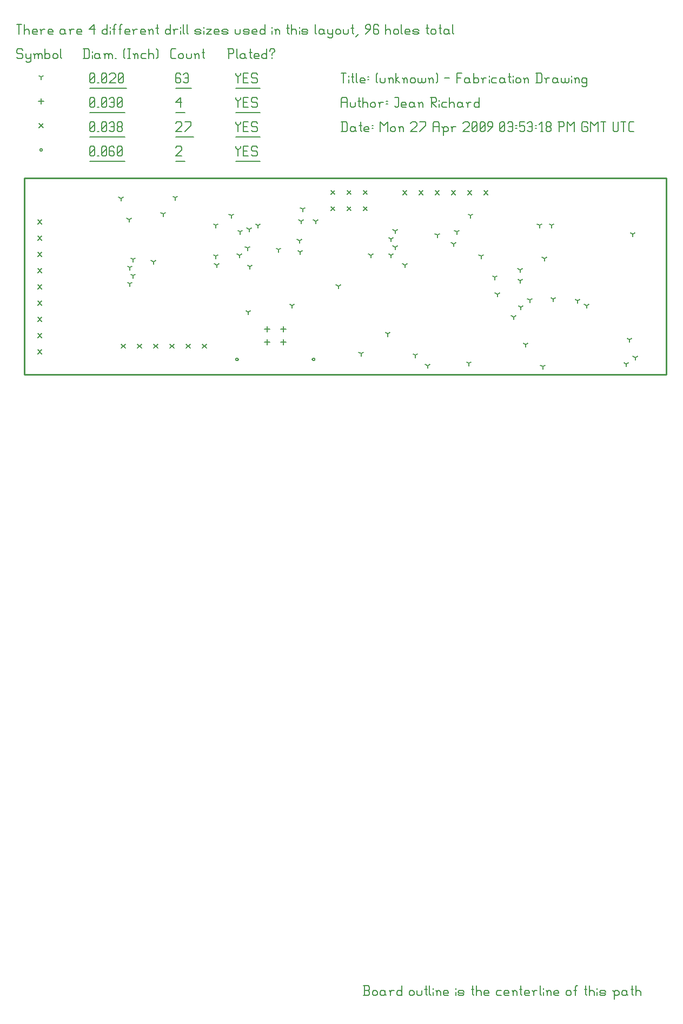
<source format=gbr>
G04 start of page 12 for group -3984 idx -3984 *
G04 Title: (unknown), fab *
G04 Creator: pcb 1.99y *
G04 CreationDate: Mon 27 Apr 2009 03:53:18 PM GMT UTC *
G04 For: jean *
G04 Format: Gerber/RS-274X *
G04 PCB-Dimensions: 600000 500000 *
G04 PCB-Coordinate-Origin: lower left *
%MOIN*%
%FSLAX25Y25*%
%LNFAB*%
%ADD13C,0.0100*%
%ADD50R,0.0080X0.0080*%
%ADD51C,0.0060*%
G54D50*X182171Y382199D02*G75*G03X183771Y382199I800J0D01*G01*
G75*G03X182171Y382199I-800J0D01*G01*
X134927D02*G75*G03X136527Y382199I800J0D01*G01*
G75*G03X134927Y382199I-800J0D01*G01*
X14200Y511250D02*G75*G03X15800Y511250I800J0D01*G01*
G75*G03X14200Y511250I-800J0D01*G01*
G54D51*X135000Y513500D02*Y512750D01*
X136500Y511250D01*
X138000Y512750D01*
Y513500D02*Y512750D01*
X136500Y511250D02*Y507500D01*
X139801Y510500D02*X142051D01*
X139801Y507500D02*X142801D01*
X139801Y513500D02*Y507500D01*
Y513500D02*X142801D01*
X147603D02*X148353Y512750D01*
X145353Y513500D02*X147603D01*
X144603Y512750D02*X145353Y513500D01*
X144603Y512750D02*Y511250D01*
X145353Y510500D01*
X147603D01*
X148353Y509750D01*
Y508250D01*
X147603Y507500D02*X148353Y508250D01*
X145353Y507500D02*X147603D01*
X144603Y508250D02*X145353Y507500D01*
X135000Y504249D02*X150154D01*
X98000Y512750D02*X98750Y513500D01*
X101000D01*
X101750Y512750D01*
Y511250D01*
X98000Y507500D02*X101750Y511250D01*
X98000Y507500D02*X101750D01*
X98000Y504249D02*X103551D01*
X45000Y508250D02*X45750Y507500D01*
X45000Y512750D02*Y508250D01*
Y512750D02*X45750Y513500D01*
X47250D01*
X48000Y512750D01*
Y508250D01*
X47250Y507500D02*X48000Y508250D01*
X45750Y507500D02*X47250D01*
X45000Y509000D02*X48000Y512000D01*
X49801Y507500D02*X50551D01*
X52353Y508250D02*X53103Y507500D01*
X52353Y512750D02*Y508250D01*
Y512750D02*X53103Y513500D01*
X54603D01*
X55353Y512750D01*
Y508250D01*
X54603Y507500D02*X55353Y508250D01*
X53103Y507500D02*X54603D01*
X52353Y509000D02*X55353Y512000D01*
X59404Y513500D02*X60154Y512750D01*
X57904Y513500D02*X59404D01*
X57154Y512750D02*X57904Y513500D01*
X57154Y512750D02*Y508250D01*
X57904Y507500D01*
X59404Y510500D02*X60154Y509750D01*
X57154Y510500D02*X59404D01*
X57904Y507500D02*X59404D01*
X60154Y508250D01*
Y509750D02*Y508250D01*
X61956D02*X62706Y507500D01*
X61956Y512750D02*Y508250D01*
Y512750D02*X62706Y513500D01*
X64206D01*
X64956Y512750D01*
Y508250D01*
X64206Y507500D02*X64956Y508250D01*
X62706Y507500D02*X64206D01*
X61956Y509000D02*X64956Y512000D01*
X45000Y504249D02*X66757D01*
X238000Y486100D02*X240400Y483700D01*
X238000D02*X240400Y486100D01*
X248000D02*X250400Y483700D01*
X248000D02*X250400Y486100D01*
X258000D02*X260400Y483700D01*
X258000D02*X260400Y486100D01*
X268000D02*X270400Y483700D01*
X268000D02*X270400Y486100D01*
X278000D02*X280400Y483700D01*
X278000D02*X280400Y486100D01*
X288000D02*X290400Y483700D01*
X288000D02*X290400Y486100D01*
X213600Y486200D02*X216000Y483800D01*
X213600D02*X216000Y486200D01*
X203600D02*X206000Y483800D01*
X203600D02*X206000Y486200D01*
X193600D02*X196000Y483800D01*
X193600D02*X196000Y486200D01*
X193600Y476200D02*X196000Y473800D01*
X193600D02*X196000Y476200D01*
X203600D02*X206000Y473800D01*
X203600D02*X206000Y476200D01*
X213600D02*X216000Y473800D01*
X213600D02*X216000Y476200D01*
X64500Y391600D02*X66900Y389200D01*
X64500D02*X66900Y391600D01*
X74500D02*X76900Y389200D01*
X74500D02*X76900Y391600D01*
X84500D02*X86900Y389200D01*
X84500D02*X86900Y391600D01*
X94500D02*X96900Y389200D01*
X94500D02*X96900Y391600D01*
X104500D02*X106900Y389200D01*
X104500D02*X106900Y391600D01*
X114500D02*X116900Y389200D01*
X114500D02*X116900Y391600D01*
X13000Y468100D02*X15400Y465700D01*
X13000D02*X15400Y468100D01*
X13000Y458100D02*X15400Y455700D01*
X13000D02*X15400Y458100D01*
X13000Y448100D02*X15400Y445700D01*
X13000D02*X15400Y448100D01*
X13000Y438100D02*X15400Y435700D01*
X13000D02*X15400Y438100D01*
X13000Y428100D02*X15400Y425700D01*
X13000D02*X15400Y428100D01*
X13000Y418100D02*X15400Y415700D01*
X13000D02*X15400Y418100D01*
X13000Y408100D02*X15400Y405700D01*
X13000D02*X15400Y408100D01*
X13000Y398100D02*X15400Y395700D01*
X13000D02*X15400Y398100D01*
X13000Y388100D02*X15400Y385700D01*
X13000D02*X15400Y388100D01*
X13800Y527450D02*X16200Y525050D01*
X13800D02*X16200Y527450D01*
X135000Y528500D02*Y527750D01*
X136500Y526250D01*
X138000Y527750D01*
Y528500D02*Y527750D01*
X136500Y526250D02*Y522500D01*
X139801Y525500D02*X142051D01*
X139801Y522500D02*X142801D01*
X139801Y528500D02*Y522500D01*
Y528500D02*X142801D01*
X147603D02*X148353Y527750D01*
X145353Y528500D02*X147603D01*
X144603Y527750D02*X145353Y528500D01*
X144603Y527750D02*Y526250D01*
X145353Y525500D01*
X147603D01*
X148353Y524750D01*
Y523250D01*
X147603Y522500D02*X148353Y523250D01*
X145353Y522500D02*X147603D01*
X144603Y523250D02*X145353Y522500D01*
X135000Y519249D02*X150154D01*
X98000Y527750D02*X98750Y528500D01*
X101000D01*
X101750Y527750D01*
Y526250D01*
X98000Y522500D02*X101750Y526250D01*
X98000Y522500D02*X101750D01*
X103551D02*X107301Y526250D01*
Y528500D02*Y526250D01*
X103551Y528500D02*X107301D01*
X98000Y519249D02*X109103D01*
X45000Y523250D02*X45750Y522500D01*
X45000Y527750D02*Y523250D01*
Y527750D02*X45750Y528500D01*
X47250D01*
X48000Y527750D01*
Y523250D01*
X47250Y522500D02*X48000Y523250D01*
X45750Y522500D02*X47250D01*
X45000Y524000D02*X48000Y527000D01*
X49801Y522500D02*X50551D01*
X52353Y523250D02*X53103Y522500D01*
X52353Y527750D02*Y523250D01*
Y527750D02*X53103Y528500D01*
X54603D01*
X55353Y527750D01*
Y523250D01*
X54603Y522500D02*X55353Y523250D01*
X53103Y522500D02*X54603D01*
X52353Y524000D02*X55353Y527000D01*
X57154Y527750D02*X57904Y528500D01*
X59404D01*
X60154Y527750D01*
Y523250D01*
X59404Y522500D02*X60154Y523250D01*
X57904Y522500D02*X59404D01*
X57154Y523250D02*X57904Y522500D01*
Y525500D02*X60154D01*
X61956Y523250D02*X62706Y522500D01*
X61956Y524750D02*Y523250D01*
Y524750D02*X62706Y525500D01*
X64206D01*
X64956Y524750D01*
Y523250D01*
X64206Y522500D02*X64956Y523250D01*
X62706Y522500D02*X64206D01*
X61956Y526250D02*X62706Y525500D01*
X61956Y527750D02*Y526250D01*
Y527750D02*X62706Y528500D01*
X64206D01*
X64956Y527750D01*
Y526250D01*
X64206Y525500D02*X64956Y526250D01*
X45000Y519249D02*X66757D01*
X154427Y402500D02*Y399300D01*
X152827Y400900D02*X156027D01*
X164269Y402500D02*Y399300D01*
X162669Y400900D02*X165869D01*
X154427Y394626D02*Y391426D01*
X152827Y393026D02*X156027D01*
X164269Y394626D02*Y391426D01*
X162669Y393026D02*X165869D01*
X15000Y542850D02*Y539650D01*
X13400Y541250D02*X16600D01*
X135000Y543500D02*Y542750D01*
X136500Y541250D01*
X138000Y542750D01*
Y543500D02*Y542750D01*
X136500Y541250D02*Y537500D01*
X139801Y540500D02*X142051D01*
X139801Y537500D02*X142801D01*
X139801Y543500D02*Y537500D01*
Y543500D02*X142801D01*
X147603D02*X148353Y542750D01*
X145353Y543500D02*X147603D01*
X144603Y542750D02*X145353Y543500D01*
X144603Y542750D02*Y541250D01*
X145353Y540500D01*
X147603D01*
X148353Y539750D01*
Y538250D01*
X147603Y537500D02*X148353Y538250D01*
X145353Y537500D02*X147603D01*
X144603Y538250D02*X145353Y537500D01*
X135000Y534249D02*X150154D01*
X98000Y540500D02*X101000Y543500D01*
X98000Y540500D02*X101750D01*
X101000Y543500D02*Y537500D01*
X98000Y534249D02*X103551D01*
X45000Y538250D02*X45750Y537500D01*
X45000Y542750D02*Y538250D01*
Y542750D02*X45750Y543500D01*
X47250D01*
X48000Y542750D01*
Y538250D01*
X47250Y537500D02*X48000Y538250D01*
X45750Y537500D02*X47250D01*
X45000Y539000D02*X48000Y542000D01*
X49801Y537500D02*X50551D01*
X52353Y538250D02*X53103Y537500D01*
X52353Y542750D02*Y538250D01*
Y542750D02*X53103Y543500D01*
X54603D01*
X55353Y542750D01*
Y538250D01*
X54603Y537500D02*X55353Y538250D01*
X53103Y537500D02*X54603D01*
X52353Y539000D02*X55353Y542000D01*
X57154Y542750D02*X57904Y543500D01*
X59404D01*
X60154Y542750D01*
Y538250D01*
X59404Y537500D02*X60154Y538250D01*
X57904Y537500D02*X59404D01*
X57154Y538250D02*X57904Y537500D01*
Y540500D02*X60154D01*
X61956Y538250D02*X62706Y537500D01*
X61956Y542750D02*Y538250D01*
Y542750D02*X62706Y543500D01*
X64206D01*
X64956Y542750D01*
Y538250D01*
X64206Y537500D02*X64956Y538250D01*
X62706Y537500D02*X64206D01*
X61956Y539000D02*X64956Y542000D01*
X45000Y534249D02*X66757D01*
X142700Y411400D02*Y409800D01*
Y411400D02*X144086Y412200D01*
X142700Y411400D02*X141314Y412200D01*
X71700Y443900D02*Y442300D01*
Y443900D02*X73086Y444700D01*
X71700Y443900D02*X70314Y444700D01*
X97700Y481900D02*Y480300D01*
Y481900D02*X99086Y482700D01*
X97700Y481900D02*X96314Y482700D01*
X169700Y415400D02*Y413800D01*
Y415400D02*X171086Y416200D01*
X169700Y415400D02*X168314Y416200D01*
X212200Y385900D02*Y384300D01*
Y385900D02*X213586Y386700D01*
X212200Y385900D02*X210814Y386700D01*
X259200Y458900D02*Y457300D01*
Y458900D02*X260586Y459700D01*
X259200Y458900D02*X257814Y459700D01*
X69700Y438900D02*Y437300D01*
Y438900D02*X71086Y439700D01*
X69700Y438900D02*X68314Y439700D01*
X245700Y384900D02*Y383300D01*
Y384900D02*X247086Y385700D01*
X245700Y384900D02*X244314Y385700D01*
X174700Y448400D02*Y446800D01*
Y448400D02*X176086Y449200D01*
X174700Y448400D02*X173314Y449200D01*
X325200Y444400D02*Y442800D01*
Y444400D02*X326586Y445200D01*
X325200Y444400D02*X323814Y445200D01*
X329700Y464900D02*Y463300D01*
Y464900D02*X331086Y465700D01*
X329700Y464900D02*X328314Y465700D01*
X322200Y464900D02*Y463300D01*
Y464900D02*X323586Y465700D01*
X322200Y464900D02*X320814Y465700D01*
X375700Y379400D02*Y377800D01*
Y379400D02*X377086Y380200D01*
X375700Y379400D02*X374314Y380200D01*
X148700Y464700D02*Y463100D01*
Y464700D02*X150086Y465500D01*
X148700Y464700D02*X147314Y465500D01*
X306200Y408400D02*Y406800D01*
Y408400D02*X307586Y409200D01*
X306200Y408400D02*X304814Y409200D01*
X316200Y418900D02*Y417300D01*
Y418900D02*X317586Y419700D01*
X316200Y418900D02*X314814Y419700D01*
X294700Y432900D02*Y431300D01*
Y432900D02*X296086Y433700D01*
X294700Y432900D02*X293314Y433700D01*
X345700Y418400D02*Y416800D01*
Y418400D02*X347086Y419200D01*
X345700Y418400D02*X344314Y419200D01*
X313700Y391400D02*Y389800D01*
Y391400D02*X315086Y392200D01*
X313700Y391400D02*X312314Y392200D01*
X310200Y437400D02*Y435800D01*
Y437400D02*X311586Y438200D01*
X310200Y437400D02*X308814Y438200D01*
X310700Y414400D02*Y412800D01*
Y414400D02*X312086Y415200D01*
X310700Y414400D02*X309314Y415200D01*
X379700Y459400D02*Y457800D01*
Y459400D02*X381086Y460200D01*
X379700Y459400D02*X378314Y460200D01*
X310300Y430700D02*Y429100D01*
Y430700D02*X311686Y431500D01*
X310300Y430700D02*X308914Y431500D01*
X330700Y419400D02*Y417800D01*
Y419400D02*X332086Y420200D01*
X330700Y419400D02*X329314Y420200D01*
X161300Y449900D02*Y448300D01*
Y449900D02*X162686Y450700D01*
X161300Y449900D02*X159914Y450700D01*
X381200Y383400D02*Y381800D01*
Y383400D02*X382586Y384200D01*
X381200Y383400D02*X379814Y384200D01*
X296200Y422400D02*Y420800D01*
Y422400D02*X297586Y423200D01*
X296200Y422400D02*X294814Y423200D01*
X286200Y445900D02*Y444300D01*
Y445900D02*X287586Y446700D01*
X286200Y445900D02*X284814Y446700D01*
X271200Y460900D02*Y459300D01*
Y460900D02*X272586Y461700D01*
X271200Y460900D02*X269814Y461700D01*
X269200Y453400D02*Y451800D01*
Y453400D02*X270586Y454200D01*
X269200Y453400D02*X267814Y454200D01*
X279700Y470900D02*Y469300D01*
Y470900D02*X281086Y471700D01*
X279700Y470900D02*X278314Y471700D01*
X351200Y415400D02*Y413800D01*
Y415400D02*X352586Y416200D01*
X351200Y415400D02*X349814Y416200D01*
X69700Y428900D02*Y427300D01*
Y428900D02*X71086Y429700D01*
X69700Y428900D02*X68314Y429700D01*
X143700Y439400D02*Y437800D01*
Y439400D02*X145086Y440200D01*
X143700Y439400D02*X142314Y440200D01*
X228700Y398000D02*Y396400D01*
Y398000D02*X230086Y398800D01*
X228700Y398000D02*X227314Y398800D01*
X198200Y427400D02*Y425800D01*
Y427400D02*X199586Y428200D01*
X198200Y427400D02*X196814Y428200D01*
X233200Y461400D02*Y459800D01*
Y461400D02*X234586Y462200D01*
X233200Y461400D02*X231814Y462200D01*
X230700Y456400D02*Y454800D01*
Y456400D02*X232086Y457200D01*
X230700Y456400D02*X229314Y457200D01*
X233200Y451400D02*Y449800D01*
Y451400D02*X234586Y452200D01*
X233200Y451400D02*X231814Y452200D01*
X230700Y446400D02*Y444800D01*
Y446400D02*X232086Y447200D01*
X230700Y446400D02*X229314Y447200D01*
X123200Y440400D02*Y438800D01*
Y440400D02*X124586Y441200D01*
X123200Y440400D02*X121814Y441200D01*
X71700Y433900D02*Y432300D01*
Y433900D02*X73086Y434700D01*
X71700Y433900D02*X70314Y434700D01*
X64200Y481400D02*Y479800D01*
Y481400D02*X65586Y482200D01*
X64200Y481400D02*X62814Y482200D01*
X84200Y442400D02*Y440800D01*
Y442400D02*X85586Y443200D01*
X84200Y442400D02*X82814Y443200D01*
X122700Y464900D02*Y463300D01*
Y464900D02*X124086Y465700D01*
X122700Y464900D02*X121314Y465700D01*
X90200Y471900D02*Y470300D01*
Y471900D02*X91586Y472700D01*
X90200Y471900D02*X88814Y472700D01*
X174200Y455400D02*Y453800D01*
Y455400D02*X175586Y456200D01*
X174200Y455400D02*X172814Y456200D01*
X218200Y446400D02*Y444800D01*
Y446400D02*X219586Y447200D01*
X218200Y446400D02*X216814Y447200D01*
X239200Y440400D02*Y438800D01*
Y440400D02*X240586Y441200D01*
X239200Y440400D02*X237814Y441200D01*
X122700Y445900D02*Y444300D01*
Y445900D02*X124086Y446700D01*
X122700Y445900D02*X121314Y446700D01*
X137200Y446400D02*Y444800D01*
Y446400D02*X138586Y447200D01*
X137200Y446400D02*X135814Y447200D01*
X142200Y450900D02*Y449300D01*
Y450900D02*X143586Y451700D01*
X142200Y450900D02*X140814Y451700D01*
X253200Y378400D02*Y376800D01*
Y378400D02*X254586Y379200D01*
X253200Y378400D02*X251814Y379200D01*
X278700Y379900D02*Y378300D01*
Y379900D02*X280086Y380700D01*
X278700Y379900D02*X277314Y380700D01*
X69200Y468400D02*Y466800D01*
Y468400D02*X70586Y469200D01*
X69200Y468400D02*X67814Y469200D01*
X132200Y470900D02*Y469300D01*
Y470900D02*X133586Y471700D01*
X132200Y470900D02*X130814Y471700D01*
X184200Y467400D02*Y465800D01*
Y467400D02*X185586Y468200D01*
X184200Y467400D02*X182814Y468200D01*
X175200Y467400D02*Y465800D01*
Y467400D02*X176586Y468200D01*
X175200Y467400D02*X173814Y468200D01*
X137700Y460900D02*Y459300D01*
Y460900D02*X139086Y461700D01*
X137700Y460900D02*X136314Y461700D01*
X176200Y474900D02*Y473300D01*
Y474900D02*X177586Y475700D01*
X176200Y474900D02*X174814Y475700D01*
X143200Y462400D02*Y460800D01*
Y462400D02*X144586Y463200D01*
X143200Y462400D02*X141814Y463200D01*
X377700Y394400D02*Y392800D01*
Y394400D02*X379086Y395200D01*
X377700Y394400D02*X376314Y395200D01*
X324200Y377900D02*Y376300D01*
Y377900D02*X325586Y378700D01*
X324200Y377900D02*X322814Y378700D01*
X15000Y556250D02*Y554650D01*
Y556250D02*X16386Y557050D01*
X15000Y556250D02*X13614Y557050D01*
X135000Y558500D02*Y557750D01*
X136500Y556250D01*
X138000Y557750D01*
Y558500D02*Y557750D01*
X136500Y556250D02*Y552500D01*
X139801Y555500D02*X142051D01*
X139801Y552500D02*X142801D01*
X139801Y558500D02*Y552500D01*
Y558500D02*X142801D01*
X147603D02*X148353Y557750D01*
X145353Y558500D02*X147603D01*
X144603Y557750D02*X145353Y558500D01*
X144603Y557750D02*Y556250D01*
X145353Y555500D01*
X147603D01*
X148353Y554750D01*
Y553250D01*
X147603Y552500D02*X148353Y553250D01*
X145353Y552500D02*X147603D01*
X144603Y553250D02*X145353Y552500D01*
X135000Y549249D02*X150154D01*
X100250Y558500D02*X101000Y557750D01*
X98750Y558500D02*X100250D01*
X98000Y557750D02*X98750Y558500D01*
X98000Y557750D02*Y553250D01*
X98750Y552500D01*
X100250Y555500D02*X101000Y554750D01*
X98000Y555500D02*X100250D01*
X98750Y552500D02*X100250D01*
X101000Y553250D01*
Y554750D02*Y553250D01*
X102801Y557750D02*X103551Y558500D01*
X105051D01*
X105801Y557750D01*
Y553250D01*
X105051Y552500D02*X105801Y553250D01*
X103551Y552500D02*X105051D01*
X102801Y553250D02*X103551Y552500D01*
Y555500D02*X105801D01*
X98000Y549249D02*X107603D01*
X45000Y553250D02*X45750Y552500D01*
X45000Y557750D02*Y553250D01*
Y557750D02*X45750Y558500D01*
X47250D01*
X48000Y557750D01*
Y553250D01*
X47250Y552500D02*X48000Y553250D01*
X45750Y552500D02*X47250D01*
X45000Y554000D02*X48000Y557000D01*
X49801Y552500D02*X50551D01*
X52353Y553250D02*X53103Y552500D01*
X52353Y557750D02*Y553250D01*
Y557750D02*X53103Y558500D01*
X54603D01*
X55353Y557750D01*
Y553250D01*
X54603Y552500D02*X55353Y553250D01*
X53103Y552500D02*X54603D01*
X52353Y554000D02*X55353Y557000D01*
X57154Y557750D02*X57904Y558500D01*
X60154D01*
X60904Y557750D01*
Y556250D01*
X57154Y552500D02*X60904Y556250D01*
X57154Y552500D02*X60904D01*
X62706Y553250D02*X63456Y552500D01*
X62706Y557750D02*Y553250D01*
Y557750D02*X63456Y558500D01*
X64956D01*
X65706Y557750D01*
Y553250D01*
X64956Y552500D02*X65706Y553250D01*
X63456Y552500D02*X64956D01*
X62706Y554000D02*X65706Y557000D01*
X45000Y549249D02*X67507D01*
X3000Y573500D02*X3750Y572750D01*
X750Y573500D02*X3000D01*
X0Y572750D02*X750Y573500D01*
X0Y572750D02*Y571250D01*
X750Y570500D01*
X3000D01*
X3750Y569750D01*
Y568250D01*
X3000Y567500D02*X3750Y568250D01*
X750Y567500D02*X3000D01*
X0Y568250D02*X750Y567500D01*
X5551Y570500D02*Y568250D01*
X6301Y567500D01*
X8551Y570500D02*Y566000D01*
X7801Y565250D02*X8551Y566000D01*
X6301Y565250D02*X7801D01*
X5551Y566000D02*X6301Y565250D01*
Y567500D02*X7801D01*
X8551Y568250D01*
X11103Y569750D02*Y567500D01*
Y569750D02*X11853Y570500D01*
X12603D01*
X13353Y569750D01*
Y567500D01*
Y569750D02*X14103Y570500D01*
X14853D01*
X15603Y569750D01*
Y567500D01*
X10353Y570500D02*X11103Y569750D01*
X17404Y573500D02*Y567500D01*
Y568250D02*X18154Y567500D01*
X19654D01*
X20404Y568250D01*
Y569750D02*Y568250D01*
X19654Y570500D02*X20404Y569750D01*
X18154Y570500D02*X19654D01*
X17404Y569750D02*X18154Y570500D01*
X22206Y569750D02*Y568250D01*
Y569750D02*X22956Y570500D01*
X24456D01*
X25206Y569750D01*
Y568250D01*
X24456Y567500D02*X25206Y568250D01*
X22956Y567500D02*X24456D01*
X22206Y568250D02*X22956Y567500D01*
X27007Y573500D02*Y568250D01*
X27757Y567500D01*
X41750Y573500D02*Y567500D01*
X44000Y573500D02*X44750Y572750D01*
Y568250D01*
X44000Y567500D02*X44750Y568250D01*
X41000Y567500D02*X44000D01*
X41000Y573500D02*X44000D01*
X46551Y572000D02*Y571250D01*
Y569750D02*Y567500D01*
X50303Y570500D02*X51053Y569750D01*
X48803Y570500D02*X50303D01*
X48053Y569750D02*X48803Y570500D01*
X48053Y569750D02*Y568250D01*
X48803Y567500D01*
X51053Y570500D02*Y568250D01*
X51803Y567500D01*
X48803D02*X50303D01*
X51053Y568250D01*
X54354Y569750D02*Y567500D01*
Y569750D02*X55104Y570500D01*
X55854D01*
X56604Y569750D01*
Y567500D01*
Y569750D02*X57354Y570500D01*
X58104D01*
X58854Y569750D01*
Y567500D01*
X53604Y570500D02*X54354Y569750D01*
X60656Y567500D02*X61406D01*
X65907Y568250D02*X66657Y567500D01*
X65907Y572750D02*X66657Y573500D01*
X65907Y572750D02*Y568250D01*
X68459Y573500D02*X69959D01*
X69209D02*Y567500D01*
X68459D02*X69959D01*
X72510Y569750D02*Y567500D01*
Y569750D02*X73260Y570500D01*
X74010D01*
X74760Y569750D01*
Y567500D01*
X71760Y570500D02*X72510Y569750D01*
X77312Y570500D02*X79562D01*
X76562Y569750D02*X77312Y570500D01*
X76562Y569750D02*Y568250D01*
X77312Y567500D01*
X79562D01*
X81363Y573500D02*Y567500D01*
Y569750D02*X82113Y570500D01*
X83613D01*
X84363Y569750D01*
Y567500D01*
X86165Y573500D02*X86915Y572750D01*
Y568250D01*
X86165Y567500D02*X86915Y568250D01*
X95750Y567500D02*X98000D01*
X95000Y568250D02*X95750Y567500D01*
X95000Y572750D02*Y568250D01*
Y572750D02*X95750Y573500D01*
X98000D01*
X99801Y569750D02*Y568250D01*
Y569750D02*X100551Y570500D01*
X102051D01*
X102801Y569750D01*
Y568250D01*
X102051Y567500D02*X102801Y568250D01*
X100551Y567500D02*X102051D01*
X99801Y568250D02*X100551Y567500D01*
X104603Y570500D02*Y568250D01*
X105353Y567500D01*
X106853D01*
X107603Y568250D01*
Y570500D02*Y568250D01*
X110154Y569750D02*Y567500D01*
Y569750D02*X110904Y570500D01*
X111654D01*
X112404Y569750D01*
Y567500D01*
X109404Y570500D02*X110154Y569750D01*
X114956Y573500D02*Y568250D01*
X115706Y567500D01*
X114206Y571250D02*X115706D01*
X130750Y573500D02*Y567500D01*
X130000Y573500D02*X133000D01*
X133750Y572750D01*
Y571250D01*
X133000Y570500D02*X133750Y571250D01*
X130750Y570500D02*X133000D01*
X135551Y573500D02*Y568250D01*
X136301Y567500D01*
X140053Y570500D02*X140803Y569750D01*
X138553Y570500D02*X140053D01*
X137803Y569750D02*X138553Y570500D01*
X137803Y569750D02*Y568250D01*
X138553Y567500D01*
X140803Y570500D02*Y568250D01*
X141553Y567500D01*
X138553D02*X140053D01*
X140803Y568250D01*
X144104Y573500D02*Y568250D01*
X144854Y567500D01*
X143354Y571250D02*X144854D01*
X147106Y567500D02*X149356D01*
X146356Y568250D02*X147106Y567500D01*
X146356Y569750D02*Y568250D01*
Y569750D02*X147106Y570500D01*
X148606D01*
X149356Y569750D01*
X146356Y569000D02*X149356D01*
Y569750D02*Y569000D01*
X154157Y573500D02*Y567500D01*
X153407D02*X154157Y568250D01*
X151907Y567500D02*X153407D01*
X151157Y568250D02*X151907Y567500D01*
X151157Y569750D02*Y568250D01*
Y569750D02*X151907Y570500D01*
X153407D01*
X154157Y569750D01*
X157459Y570500D02*Y569750D01*
Y568250D02*Y567500D01*
X155959Y572750D02*Y572000D01*
Y572750D02*X156709Y573500D01*
X158209D01*
X158959Y572750D01*
Y572000D01*
X157459Y570500D02*X158959Y572000D01*
X0Y588500D02*X3000D01*
X1500D02*Y582500D01*
X4801Y588500D02*Y582500D01*
Y584750D02*X5551Y585500D01*
X7051D01*
X7801Y584750D01*
Y582500D01*
X10353D02*X12603D01*
X9603Y583250D02*X10353Y582500D01*
X9603Y584750D02*Y583250D01*
Y584750D02*X10353Y585500D01*
X11853D01*
X12603Y584750D01*
X9603Y584000D02*X12603D01*
Y584750D02*Y584000D01*
X15154Y584750D02*Y582500D01*
Y584750D02*X15904Y585500D01*
X17404D01*
X14404D02*X15154Y584750D01*
X19956Y582500D02*X22206D01*
X19206Y583250D02*X19956Y582500D01*
X19206Y584750D02*Y583250D01*
Y584750D02*X19956Y585500D01*
X21456D01*
X22206Y584750D01*
X19206Y584000D02*X22206D01*
Y584750D02*Y584000D01*
X28957Y585500D02*X29707Y584750D01*
X27457Y585500D02*X28957D01*
X26707Y584750D02*X27457Y585500D01*
X26707Y584750D02*Y583250D01*
X27457Y582500D01*
X29707Y585500D02*Y583250D01*
X30457Y582500D01*
X27457D02*X28957D01*
X29707Y583250D01*
X33009Y584750D02*Y582500D01*
Y584750D02*X33759Y585500D01*
X35259D01*
X32259D02*X33009Y584750D01*
X37810Y582500D02*X40060D01*
X37060Y583250D02*X37810Y582500D01*
X37060Y584750D02*Y583250D01*
Y584750D02*X37810Y585500D01*
X39310D01*
X40060Y584750D01*
X37060Y584000D02*X40060D01*
Y584750D02*Y584000D01*
X44562Y585500D02*X47562Y588500D01*
X44562Y585500D02*X48312D01*
X47562Y588500D02*Y582500D01*
X55813Y588500D02*Y582500D01*
X55063D02*X55813Y583250D01*
X53563Y582500D02*X55063D01*
X52813Y583250D02*X53563Y582500D01*
X52813Y584750D02*Y583250D01*
Y584750D02*X53563Y585500D01*
X55063D01*
X55813Y584750D01*
X57615Y587000D02*Y586250D01*
Y584750D02*Y582500D01*
X59866Y587750D02*Y582500D01*
Y587750D02*X60616Y588500D01*
X61366D01*
X59116Y585500D02*X60616D01*
X63618Y587750D02*Y582500D01*
Y587750D02*X64368Y588500D01*
X65118D01*
X62868Y585500D02*X64368D01*
X67369Y582500D02*X69619D01*
X66619Y583250D02*X67369Y582500D01*
X66619Y584750D02*Y583250D01*
Y584750D02*X67369Y585500D01*
X68869D01*
X69619Y584750D01*
X66619Y584000D02*X69619D01*
Y584750D02*Y584000D01*
X72171Y584750D02*Y582500D01*
Y584750D02*X72921Y585500D01*
X74421D01*
X71421D02*X72171Y584750D01*
X76972Y582500D02*X79222D01*
X76222Y583250D02*X76972Y582500D01*
X76222Y584750D02*Y583250D01*
Y584750D02*X76972Y585500D01*
X78472D01*
X79222Y584750D01*
X76222Y584000D02*X79222D01*
Y584750D02*Y584000D01*
X81774Y584750D02*Y582500D01*
Y584750D02*X82524Y585500D01*
X83274D01*
X84024Y584750D01*
Y582500D01*
X81024Y585500D02*X81774Y584750D01*
X86575Y588500D02*Y583250D01*
X87325Y582500D01*
X85825Y586250D02*X87325D01*
X94527Y588500D02*Y582500D01*
X93777D02*X94527Y583250D01*
X92277Y582500D02*X93777D01*
X91527Y583250D02*X92277Y582500D01*
X91527Y584750D02*Y583250D01*
Y584750D02*X92277Y585500D01*
X93777D01*
X94527Y584750D01*
X97078D02*Y582500D01*
Y584750D02*X97828Y585500D01*
X99328D01*
X96328D02*X97078Y584750D01*
X101130Y587000D02*Y586250D01*
Y584750D02*Y582500D01*
X102631Y588500D02*Y583250D01*
X103381Y582500D01*
X104883Y588500D02*Y583250D01*
X105633Y582500D01*
X110584D02*X112834D01*
X113584Y583250D01*
X112834Y584000D02*X113584Y583250D01*
X110584Y584000D02*X112834D01*
X109834Y584750D02*X110584Y584000D01*
X109834Y584750D02*X110584Y585500D01*
X112834D01*
X113584Y584750D01*
X109834Y583250D02*X110584Y582500D01*
X115386Y587000D02*Y586250D01*
Y584750D02*Y582500D01*
X116887Y585500D02*X119887D01*
X116887Y582500D02*X119887Y585500D01*
X116887Y582500D02*X119887D01*
X122439D02*X124689D01*
X121689Y583250D02*X122439Y582500D01*
X121689Y584750D02*Y583250D01*
Y584750D02*X122439Y585500D01*
X123939D01*
X124689Y584750D01*
X121689Y584000D02*X124689D01*
Y584750D02*Y584000D01*
X127240Y582500D02*X129490D01*
X130240Y583250D01*
X129490Y584000D02*X130240Y583250D01*
X127240Y584000D02*X129490D01*
X126490Y584750D02*X127240Y584000D01*
X126490Y584750D02*X127240Y585500D01*
X129490D01*
X130240Y584750D01*
X126490Y583250D02*X127240Y582500D01*
X134742Y585500D02*Y583250D01*
X135492Y582500D01*
X136992D01*
X137742Y583250D01*
Y585500D02*Y583250D01*
X140293Y582500D02*X142543D01*
X143293Y583250D01*
X142543Y584000D02*X143293Y583250D01*
X140293Y584000D02*X142543D01*
X139543Y584750D02*X140293Y584000D01*
X139543Y584750D02*X140293Y585500D01*
X142543D01*
X143293Y584750D01*
X139543Y583250D02*X140293Y582500D01*
X145845D02*X148095D01*
X145095Y583250D02*X145845Y582500D01*
X145095Y584750D02*Y583250D01*
Y584750D02*X145845Y585500D01*
X147345D01*
X148095Y584750D01*
X145095Y584000D02*X148095D01*
Y584750D02*Y584000D01*
X152896Y588500D02*Y582500D01*
X152146D02*X152896Y583250D01*
X150646Y582500D02*X152146D01*
X149896Y583250D02*X150646Y582500D01*
X149896Y584750D02*Y583250D01*
Y584750D02*X150646Y585500D01*
X152146D01*
X152896Y584750D01*
X157398Y587000D02*Y586250D01*
Y584750D02*Y582500D01*
X159649Y584750D02*Y582500D01*
Y584750D02*X160399Y585500D01*
X161149D01*
X161899Y584750D01*
Y582500D01*
X158899Y585500D02*X159649Y584750D01*
X167151Y588500D02*Y583250D01*
X167901Y582500D01*
X166401Y586250D02*X167901D01*
X169402Y588500D02*Y582500D01*
Y584750D02*X170152Y585500D01*
X171652D01*
X172402Y584750D01*
Y582500D01*
X174204Y587000D02*Y586250D01*
Y584750D02*Y582500D01*
X176455D02*X178705D01*
X179455Y583250D01*
X178705Y584000D02*X179455Y583250D01*
X176455Y584000D02*X178705D01*
X175705Y584750D02*X176455Y584000D01*
X175705Y584750D02*X176455Y585500D01*
X178705D01*
X179455Y584750D01*
X175705Y583250D02*X176455Y582500D01*
X183957Y588500D02*Y583250D01*
X184707Y582500D01*
X188458Y585500D02*X189208Y584750D01*
X186958Y585500D02*X188458D01*
X186208Y584750D02*X186958Y585500D01*
X186208Y584750D02*Y583250D01*
X186958Y582500D01*
X189208Y585500D02*Y583250D01*
X189958Y582500D01*
X186958D02*X188458D01*
X189208Y583250D01*
X191760Y585500D02*Y583250D01*
X192510Y582500D01*
X194760Y585500D02*Y581000D01*
X194010Y580250D02*X194760Y581000D01*
X192510Y580250D02*X194010D01*
X191760Y581000D02*X192510Y580250D01*
Y582500D02*X194010D01*
X194760Y583250D01*
X196561Y584750D02*Y583250D01*
Y584750D02*X197311Y585500D01*
X198811D01*
X199561Y584750D01*
Y583250D01*
X198811Y582500D02*X199561Y583250D01*
X197311Y582500D02*X198811D01*
X196561Y583250D02*X197311Y582500D01*
X201363Y585500D02*Y583250D01*
X202113Y582500D01*
X203613D01*
X204363Y583250D01*
Y585500D02*Y583250D01*
X206914Y588500D02*Y583250D01*
X207664Y582500D01*
X206164Y586250D02*X207664D01*
X209166Y581000D02*X210666Y582500D01*
X215167D02*X218167Y585500D01*
Y587750D02*Y585500D01*
X217417Y588500D02*X218167Y587750D01*
X215917Y588500D02*X217417D01*
X215167Y587750D02*X215917Y588500D01*
X215167Y587750D02*Y586250D01*
X215917Y585500D01*
X218167D01*
X222219Y588500D02*X222969Y587750D01*
X220719Y588500D02*X222219D01*
X219969Y587750D02*X220719Y588500D01*
X219969Y587750D02*Y583250D01*
X220719Y582500D01*
X222219Y585500D02*X222969Y584750D01*
X219969Y585500D02*X222219D01*
X220719Y582500D02*X222219D01*
X222969Y583250D01*
Y584750D02*Y583250D01*
X227470Y588500D02*Y582500D01*
Y584750D02*X228220Y585500D01*
X229720D01*
X230470Y584750D01*
Y582500D01*
X232272Y584750D02*Y583250D01*
Y584750D02*X233022Y585500D01*
X234522D01*
X235272Y584750D01*
Y583250D01*
X234522Y582500D02*X235272Y583250D01*
X233022Y582500D02*X234522D01*
X232272Y583250D02*X233022Y582500D01*
X237073Y588500D02*Y583250D01*
X237823Y582500D01*
X240075D02*X242325D01*
X239325Y583250D02*X240075Y582500D01*
X239325Y584750D02*Y583250D01*
Y584750D02*X240075Y585500D01*
X241575D01*
X242325Y584750D01*
X239325Y584000D02*X242325D01*
Y584750D02*Y584000D01*
X244876Y582500D02*X247126D01*
X247876Y583250D01*
X247126Y584000D02*X247876Y583250D01*
X244876Y584000D02*X247126D01*
X244126Y584750D02*X244876Y584000D01*
X244126Y584750D02*X244876Y585500D01*
X247126D01*
X247876Y584750D01*
X244126Y583250D02*X244876Y582500D01*
X253128Y588500D02*Y583250D01*
X253878Y582500D01*
X252378Y586250D02*X253878D01*
X255379Y584750D02*Y583250D01*
Y584750D02*X256129Y585500D01*
X257629D01*
X258379Y584750D01*
Y583250D01*
X257629Y582500D02*X258379Y583250D01*
X256129Y582500D02*X257629D01*
X255379Y583250D02*X256129Y582500D01*
X260931Y588500D02*Y583250D01*
X261681Y582500D01*
X260181Y586250D02*X261681D01*
X265432Y585500D02*X266182Y584750D01*
X263932Y585500D02*X265432D01*
X263182Y584750D02*X263932Y585500D01*
X263182Y584750D02*Y583250D01*
X263932Y582500D01*
X266182Y585500D02*Y583250D01*
X266932Y582500D01*
X263932D02*X265432D01*
X266182Y583250D01*
X268734Y588500D02*Y583250D01*
X269484Y582500D01*
G54D13*X400200Y372900D02*Y493900D01*
Y372900D02*X4700D01*
Y493900D02*Y372900D01*
X400200Y493900D02*X4700D01*
G54D51*X213648Y-9500D02*X216648D01*
X217398Y-8750D01*
Y-7250D02*Y-8750D01*
X216648Y-6500D02*X217398Y-7250D01*
X214398Y-6500D02*X216648D01*
X214398Y-3500D02*Y-9500D01*
X213648Y-3500D02*X216648D01*
X217398Y-4250D01*
Y-5750D01*
X216648Y-6500D02*X217398Y-5750D01*
X219199Y-7250D02*Y-8750D01*
Y-7250D02*X219949Y-6500D01*
X221449D01*
X222199Y-7250D01*
Y-8750D01*
X221449Y-9500D02*X222199Y-8750D01*
X219949Y-9500D02*X221449D01*
X219199Y-8750D02*X219949Y-9500D01*
X226251Y-6500D02*X227001Y-7250D01*
X224751Y-6500D02*X226251D01*
X224001Y-7250D02*X224751Y-6500D01*
X224001Y-7250D02*Y-8750D01*
X224751Y-9500D01*
X227001Y-6500D02*Y-8750D01*
X227751Y-9500D01*
X224751D02*X226251D01*
X227001Y-8750D01*
X230302Y-7250D02*Y-9500D01*
Y-7250D02*X231052Y-6500D01*
X232552D01*
X229552D02*X230302Y-7250D01*
X237354Y-3500D02*Y-9500D01*
X236604D02*X237354Y-8750D01*
X235104Y-9500D02*X236604D01*
X234354Y-8750D02*X235104Y-9500D01*
X234354Y-7250D02*Y-8750D01*
Y-7250D02*X235104Y-6500D01*
X236604D01*
X237354Y-7250D01*
X241855D02*Y-8750D01*
Y-7250D02*X242605Y-6500D01*
X244105D01*
X244855Y-7250D01*
Y-8750D01*
X244105Y-9500D02*X244855Y-8750D01*
X242605Y-9500D02*X244105D01*
X241855Y-8750D02*X242605Y-9500D01*
X246657Y-6500D02*Y-8750D01*
X247407Y-9500D01*
X248907D01*
X249657Y-8750D01*
Y-6500D02*Y-8750D01*
X252208Y-3500D02*Y-8750D01*
X252958Y-9500D01*
X251458Y-5750D02*X252958D01*
X254460Y-3500D02*Y-8750D01*
X255210Y-9500D01*
X256711Y-5000D02*Y-5750D01*
Y-7250D02*Y-9500D01*
X258963Y-7250D02*Y-9500D01*
Y-7250D02*X259713Y-6500D01*
X260463D01*
X261213Y-7250D01*
Y-9500D01*
X258213Y-6500D02*X258963Y-7250D01*
X263764Y-9500D02*X266014D01*
X263014Y-8750D02*X263764Y-9500D01*
X263014Y-7250D02*Y-8750D01*
Y-7250D02*X263764Y-6500D01*
X265264D01*
X266014Y-7250D01*
X263014Y-8000D02*X266014D01*
Y-7250D02*Y-8000D01*
X270516Y-5000D02*Y-5750D01*
Y-7250D02*Y-9500D01*
X272767D02*X275017D01*
X275767Y-8750D01*
X275017Y-8000D02*X275767Y-8750D01*
X272767Y-8000D02*X275017D01*
X272017Y-7250D02*X272767Y-8000D01*
X272017Y-7250D02*X272767Y-6500D01*
X275017D01*
X275767Y-7250D01*
X272017Y-8750D02*X272767Y-9500D01*
X281019Y-3500D02*Y-8750D01*
X281769Y-9500D01*
X280269Y-5750D02*X281769D01*
X283270Y-3500D02*Y-9500D01*
Y-7250D02*X284020Y-6500D01*
X285520D01*
X286270Y-7250D01*
Y-9500D01*
X288822D02*X291072D01*
X288072Y-8750D02*X288822Y-9500D01*
X288072Y-7250D02*Y-8750D01*
Y-7250D02*X288822Y-6500D01*
X290322D01*
X291072Y-7250D01*
X288072Y-8000D02*X291072D01*
Y-7250D02*Y-8000D01*
X296323Y-6500D02*X298573D01*
X295573Y-7250D02*X296323Y-6500D01*
X295573Y-7250D02*Y-8750D01*
X296323Y-9500D01*
X298573D01*
X301125D02*X303375D01*
X300375Y-8750D02*X301125Y-9500D01*
X300375Y-7250D02*Y-8750D01*
Y-7250D02*X301125Y-6500D01*
X302625D01*
X303375Y-7250D01*
X300375Y-8000D02*X303375D01*
Y-7250D02*Y-8000D01*
X305926Y-7250D02*Y-9500D01*
Y-7250D02*X306676Y-6500D01*
X307426D01*
X308176Y-7250D01*
Y-9500D01*
X305176Y-6500D02*X305926Y-7250D01*
X310728Y-3500D02*Y-8750D01*
X311478Y-9500D01*
X309978Y-5750D02*X311478D01*
X313729Y-9500D02*X315979D01*
X312979Y-8750D02*X313729Y-9500D01*
X312979Y-7250D02*Y-8750D01*
Y-7250D02*X313729Y-6500D01*
X315229D01*
X315979Y-7250D01*
X312979Y-8000D02*X315979D01*
Y-7250D02*Y-8000D01*
X318531Y-7250D02*Y-9500D01*
Y-7250D02*X319281Y-6500D01*
X320781D01*
X317781D02*X318531Y-7250D01*
X322582Y-3500D02*Y-8750D01*
X323332Y-9500D01*
X324834Y-5000D02*Y-5750D01*
Y-7250D02*Y-9500D01*
X327085Y-7250D02*Y-9500D01*
Y-7250D02*X327835Y-6500D01*
X328585D01*
X329335Y-7250D01*
Y-9500D01*
X326335Y-6500D02*X327085Y-7250D01*
X331887Y-9500D02*X334137D01*
X331137Y-8750D02*X331887Y-9500D01*
X331137Y-7250D02*Y-8750D01*
Y-7250D02*X331887Y-6500D01*
X333387D01*
X334137Y-7250D01*
X331137Y-8000D02*X334137D01*
Y-7250D02*Y-8000D01*
X338638Y-7250D02*Y-8750D01*
Y-7250D02*X339388Y-6500D01*
X340888D01*
X341638Y-7250D01*
Y-8750D01*
X340888Y-9500D02*X341638Y-8750D01*
X339388Y-9500D02*X340888D01*
X338638Y-8750D02*X339388Y-9500D01*
X344190Y-4250D02*Y-9500D01*
Y-4250D02*X344940Y-3500D01*
X345690D01*
X343440Y-6500D02*X344940D01*
X350641Y-3500D02*Y-8750D01*
X351391Y-9500D01*
X349891Y-5750D02*X351391D01*
X352893Y-3500D02*Y-9500D01*
Y-7250D02*X353643Y-6500D01*
X355143D01*
X355893Y-7250D01*
Y-9500D01*
X357694Y-5000D02*Y-5750D01*
Y-7250D02*Y-9500D01*
X359946D02*X362196D01*
X362946Y-8750D01*
X362196Y-8000D02*X362946Y-8750D01*
X359946Y-8000D02*X362196D01*
X359196Y-7250D02*X359946Y-8000D01*
X359196Y-7250D02*X359946Y-6500D01*
X362196D01*
X362946Y-7250D01*
X359196Y-8750D02*X359946Y-9500D01*
X368197Y-7250D02*Y-11750D01*
X367447Y-6500D02*X368197Y-7250D01*
X368947Y-6500D01*
X370447D01*
X371197Y-7250D01*
Y-8750D01*
X370447Y-9500D02*X371197Y-8750D01*
X368947Y-9500D02*X370447D01*
X368197Y-8750D02*X368947Y-9500D01*
X375249Y-6500D02*X375999Y-7250D01*
X373749Y-6500D02*X375249D01*
X372999Y-7250D02*X373749Y-6500D01*
X372999Y-7250D02*Y-8750D01*
X373749Y-9500D01*
X375999Y-6500D02*Y-8750D01*
X376749Y-9500D01*
X373749D02*X375249D01*
X375999Y-8750D01*
X379300Y-3500D02*Y-8750D01*
X380050Y-9500D01*
X378550Y-5750D02*X380050D01*
X381552Y-3500D02*Y-9500D01*
Y-7250D02*X382302Y-6500D01*
X383802D01*
X384552Y-7250D01*
Y-9500D01*
X200750Y528500D02*Y522500D01*
X203000Y528500D02*X203750Y527750D01*
Y523250D01*
X203000Y522500D02*X203750Y523250D01*
X200000Y522500D02*X203000D01*
X200000Y528500D02*X203000D01*
X207801Y525500D02*X208551Y524750D01*
X206301Y525500D02*X207801D01*
X205551Y524750D02*X206301Y525500D01*
X205551Y524750D02*Y523250D01*
X206301Y522500D01*
X208551Y525500D02*Y523250D01*
X209301Y522500D01*
X206301D02*X207801D01*
X208551Y523250D01*
X211853Y528500D02*Y523250D01*
X212603Y522500D01*
X211103Y526250D02*X212603D01*
X214854Y522500D02*X217104D01*
X214104Y523250D02*X214854Y522500D01*
X214104Y524750D02*Y523250D01*
Y524750D02*X214854Y525500D01*
X216354D01*
X217104Y524750D01*
X214104Y524000D02*X217104D01*
Y524750D02*Y524000D01*
X218906Y526250D02*X219656D01*
X218906Y524750D02*X219656D01*
X224157Y528500D02*Y522500D01*
Y528500D02*X226407Y526250D01*
X228657Y528500D01*
Y522500D01*
X230459Y524750D02*Y523250D01*
Y524750D02*X231209Y525500D01*
X232709D01*
X233459Y524750D01*
Y523250D01*
X232709Y522500D02*X233459Y523250D01*
X231209Y522500D02*X232709D01*
X230459Y523250D02*X231209Y522500D01*
X236010Y524750D02*Y522500D01*
Y524750D02*X236760Y525500D01*
X237510D01*
X238260Y524750D01*
Y522500D01*
X235260Y525500D02*X236010Y524750D01*
X242762Y527750D02*X243512Y528500D01*
X245762D01*
X246512Y527750D01*
Y526250D01*
X242762Y522500D02*X246512Y526250D01*
X242762Y522500D02*X246512D01*
X248313D02*X252063Y526250D01*
Y528500D02*Y526250D01*
X248313Y528500D02*X252063D01*
X256565Y527750D02*Y522500D01*
Y527750D02*X257315Y528500D01*
X259565D01*
X260315Y527750D01*
Y522500D01*
X256565Y525500D02*X260315D01*
X262866Y524750D02*Y520250D01*
X262116Y525500D02*X262866Y524750D01*
X263616Y525500D01*
X265116D01*
X265866Y524750D01*
Y523250D01*
X265116Y522500D02*X265866Y523250D01*
X263616Y522500D02*X265116D01*
X262866Y523250D02*X263616Y522500D01*
X268418Y524750D02*Y522500D01*
Y524750D02*X269168Y525500D01*
X270668D01*
X267668D02*X268418Y524750D01*
X275169Y527750D02*X275919Y528500D01*
X278169D01*
X278919Y527750D01*
Y526250D01*
X275169Y522500D02*X278919Y526250D01*
X275169Y522500D02*X278919D01*
X280721Y523250D02*X281471Y522500D01*
X280721Y527750D02*Y523250D01*
Y527750D02*X281471Y528500D01*
X282971D01*
X283721Y527750D01*
Y523250D01*
X282971Y522500D02*X283721Y523250D01*
X281471Y522500D02*X282971D01*
X280721Y524000D02*X283721Y527000D01*
X285522Y523250D02*X286272Y522500D01*
X285522Y527750D02*Y523250D01*
Y527750D02*X286272Y528500D01*
X287772D01*
X288522Y527750D01*
Y523250D01*
X287772Y522500D02*X288522Y523250D01*
X286272Y522500D02*X287772D01*
X285522Y524000D02*X288522Y527000D01*
X290324Y522500D02*X293324Y525500D01*
Y527750D02*Y525500D01*
X292574Y528500D02*X293324Y527750D01*
X291074Y528500D02*X292574D01*
X290324Y527750D02*X291074Y528500D01*
X290324Y527750D02*Y526250D01*
X291074Y525500D01*
X293324D01*
X297825Y523250D02*X298575Y522500D01*
X297825Y527750D02*Y523250D01*
Y527750D02*X298575Y528500D01*
X300075D01*
X300825Y527750D01*
Y523250D01*
X300075Y522500D02*X300825Y523250D01*
X298575Y522500D02*X300075D01*
X297825Y524000D02*X300825Y527000D01*
X302627Y527750D02*X303377Y528500D01*
X304877D01*
X305627Y527750D01*
Y523250D01*
X304877Y522500D02*X305627Y523250D01*
X303377Y522500D02*X304877D01*
X302627Y523250D02*X303377Y522500D01*
Y525500D02*X305627D01*
X307428Y526250D02*X308178D01*
X307428Y524750D02*X308178D01*
X309980Y528500D02*X312980D01*
X309980D02*Y525500D01*
X310730Y526250D01*
X312230D01*
X312980Y525500D01*
Y523250D01*
X312230Y522500D02*X312980Y523250D01*
X310730Y522500D02*X312230D01*
X309980Y523250D02*X310730Y522500D01*
X314781Y527750D02*X315531Y528500D01*
X317031D01*
X317781Y527750D01*
Y523250D01*
X317031Y522500D02*X317781Y523250D01*
X315531Y522500D02*X317031D01*
X314781Y523250D02*X315531Y522500D01*
Y525500D02*X317781D01*
X319583Y526250D02*X320333D01*
X319583Y524750D02*X320333D01*
X322884Y522500D02*X324384D01*
X323634Y528500D02*Y522500D01*
X322134Y527000D02*X323634Y528500D01*
X326186Y523250D02*X326936Y522500D01*
X326186Y524750D02*Y523250D01*
Y524750D02*X326936Y525500D01*
X328436D01*
X329186Y524750D01*
Y523250D01*
X328436Y522500D02*X329186Y523250D01*
X326936Y522500D02*X328436D01*
X326186Y526250D02*X326936Y525500D01*
X326186Y527750D02*Y526250D01*
Y527750D02*X326936Y528500D01*
X328436D01*
X329186Y527750D01*
Y526250D01*
X328436Y525500D02*X329186Y526250D01*
X334437Y528500D02*Y522500D01*
X333687Y528500D02*X336687D01*
X337437Y527750D01*
Y526250D01*
X336687Y525500D02*X337437Y526250D01*
X334437Y525500D02*X336687D01*
X339239Y528500D02*Y522500D01*
Y528500D02*X341489Y526250D01*
X343739Y528500D01*
Y522500D01*
X351240Y528500D02*X351990Y527750D01*
X348990Y528500D02*X351240D01*
X348240Y527750D02*X348990Y528500D01*
X348240Y527750D02*Y523250D01*
X348990Y522500D01*
X351240D01*
X351990Y523250D01*
Y524750D02*Y523250D01*
X351240Y525500D02*X351990Y524750D01*
X349740Y525500D02*X351240D01*
X353792Y528500D02*Y522500D01*
Y528500D02*X356042Y526250D01*
X358292Y528500D01*
Y522500D01*
X360093Y528500D02*X363093D01*
X361593D02*Y522500D01*
X367595Y528500D02*Y523250D01*
X368345Y522500D01*
X369845D01*
X370595Y523250D01*
Y528500D02*Y523250D01*
X372396Y528500D02*X375396D01*
X373896D02*Y522500D01*
X377948D02*X380198D01*
X377198Y523250D02*X377948Y522500D01*
X377198Y527750D02*Y523250D01*
Y527750D02*X377948Y528500D01*
X380198D01*
X200000Y542750D02*Y537500D01*
Y542750D02*X200750Y543500D01*
X203000D01*
X203750Y542750D01*
Y537500D01*
X200000Y540500D02*X203750D01*
X205551D02*Y538250D01*
X206301Y537500D01*
X207801D01*
X208551Y538250D01*
Y540500D02*Y538250D01*
X211103Y543500D02*Y538250D01*
X211853Y537500D01*
X210353Y541250D02*X211853D01*
X213354Y543500D02*Y537500D01*
Y539750D02*X214104Y540500D01*
X215604D01*
X216354Y539750D01*
Y537500D01*
X218156Y539750D02*Y538250D01*
Y539750D02*X218906Y540500D01*
X220406D01*
X221156Y539750D01*
Y538250D01*
X220406Y537500D02*X221156Y538250D01*
X218906Y537500D02*X220406D01*
X218156Y538250D02*X218906Y537500D01*
X223707Y539750D02*Y537500D01*
Y539750D02*X224457Y540500D01*
X225957D01*
X222957D02*X223707Y539750D01*
X227759Y541250D02*X228509D01*
X227759Y539750D02*X228509D01*
X233010Y543500D02*X235260D01*
Y538250D01*
X234510Y537500D02*X235260Y538250D01*
X233760Y537500D02*X234510D01*
X233010Y538250D02*X233760Y537500D01*
X237812D02*X240062D01*
X237062Y538250D02*X237812Y537500D01*
X237062Y539750D02*Y538250D01*
Y539750D02*X237812Y540500D01*
X239312D01*
X240062Y539750D01*
X237062Y539000D02*X240062D01*
Y539750D02*Y539000D01*
X244113Y540500D02*X244863Y539750D01*
X242613Y540500D02*X244113D01*
X241863Y539750D02*X242613Y540500D01*
X241863Y539750D02*Y538250D01*
X242613Y537500D01*
X244863Y540500D02*Y538250D01*
X245613Y537500D01*
X242613D02*X244113D01*
X244863Y538250D01*
X248165Y539750D02*Y537500D01*
Y539750D02*X248915Y540500D01*
X249665D01*
X250415Y539750D01*
Y537500D01*
X247415Y540500D02*X248165Y539750D01*
X254916Y543500D02*X257916D01*
X258666Y542750D01*
Y541250D01*
X257916Y540500D02*X258666Y541250D01*
X255666Y540500D02*X257916D01*
X255666Y543500D02*Y537500D01*
Y540500D02*X258666Y537500D01*
X260468Y542000D02*Y541250D01*
Y539750D02*Y537500D01*
X262719Y540500D02*X264969D01*
X261969Y539750D02*X262719Y540500D01*
X261969Y539750D02*Y538250D01*
X262719Y537500D01*
X264969D01*
X266771Y543500D02*Y537500D01*
Y539750D02*X267521Y540500D01*
X269021D01*
X269771Y539750D01*
Y537500D01*
X273822Y540500D02*X274572Y539750D01*
X272322Y540500D02*X273822D01*
X271572Y539750D02*X272322Y540500D01*
X271572Y539750D02*Y538250D01*
X272322Y537500D01*
X274572Y540500D02*Y538250D01*
X275322Y537500D01*
X272322D02*X273822D01*
X274572Y538250D01*
X277874Y539750D02*Y537500D01*
Y539750D02*X278624Y540500D01*
X280124D01*
X277124D02*X277874Y539750D01*
X284925Y543500D02*Y537500D01*
X284175D02*X284925Y538250D01*
X282675Y537500D02*X284175D01*
X281925Y538250D02*X282675Y537500D01*
X281925Y539750D02*Y538250D01*
Y539750D02*X282675Y540500D01*
X284175D01*
X284925Y539750D01*
X200000Y558500D02*X203000D01*
X201500D02*Y552500D01*
X204801Y557000D02*Y556250D01*
Y554750D02*Y552500D01*
X207053Y558500D02*Y553250D01*
X207803Y552500D01*
X206303Y556250D02*X207803D01*
X209304Y558500D02*Y553250D01*
X210054Y552500D01*
X212306D02*X214556D01*
X211556Y553250D02*X212306Y552500D01*
X211556Y554750D02*Y553250D01*
Y554750D02*X212306Y555500D01*
X213806D01*
X214556Y554750D01*
X211556Y554000D02*X214556D01*
Y554750D02*Y554000D01*
X216357Y556250D02*X217107D01*
X216357Y554750D02*X217107D01*
X221609Y553250D02*X222359Y552500D01*
X221609Y557750D02*X222359Y558500D01*
X221609Y557750D02*Y553250D01*
X224160Y555500D02*Y553250D01*
X224910Y552500D01*
X226410D01*
X227160Y553250D01*
Y555500D02*Y553250D01*
X229712Y554750D02*Y552500D01*
Y554750D02*X230462Y555500D01*
X231212D01*
X231962Y554750D01*
Y552500D01*
X228962Y555500D02*X229712Y554750D01*
X233763Y558500D02*Y552500D01*
Y554750D02*X236013Y552500D01*
X233763Y554750D02*X235263Y556250D01*
X238565Y554750D02*Y552500D01*
Y554750D02*X239315Y555500D01*
X240065D01*
X240815Y554750D01*
Y552500D01*
X237815Y555500D02*X238565Y554750D01*
X242616D02*Y553250D01*
Y554750D02*X243366Y555500D01*
X244866D01*
X245616Y554750D01*
Y553250D01*
X244866Y552500D02*X245616Y553250D01*
X243366Y552500D02*X244866D01*
X242616Y553250D02*X243366Y552500D01*
X247418Y555500D02*Y553250D01*
X248168Y552500D01*
X248918D01*
X249668Y553250D01*
Y555500D02*Y553250D01*
X250418Y552500D01*
X251168D01*
X251918Y553250D01*
Y555500D02*Y553250D01*
X254469Y554750D02*Y552500D01*
Y554750D02*X255219Y555500D01*
X255969D01*
X256719Y554750D01*
Y552500D01*
X253719Y555500D02*X254469Y554750D01*
X258521Y558500D02*X259271Y557750D01*
Y553250D01*
X258521Y552500D02*X259271Y553250D01*
X263772Y555500D02*X266772D01*
X271274Y558500D02*Y552500D01*
Y558500D02*X274274D01*
X271274Y555500D02*X273524D01*
X278325D02*X279075Y554750D01*
X276825Y555500D02*X278325D01*
X276075Y554750D02*X276825Y555500D01*
X276075Y554750D02*Y553250D01*
X276825Y552500D01*
X279075Y555500D02*Y553250D01*
X279825Y552500D01*
X276825D02*X278325D01*
X279075Y553250D01*
X281627Y558500D02*Y552500D01*
Y553250D02*X282377Y552500D01*
X283877D01*
X284627Y553250D01*
Y554750D02*Y553250D01*
X283877Y555500D02*X284627Y554750D01*
X282377Y555500D02*X283877D01*
X281627Y554750D02*X282377Y555500D01*
X287178Y554750D02*Y552500D01*
Y554750D02*X287928Y555500D01*
X289428D01*
X286428D02*X287178Y554750D01*
X291230Y557000D02*Y556250D01*
Y554750D02*Y552500D01*
X293481Y555500D02*X295731D01*
X292731Y554750D02*X293481Y555500D01*
X292731Y554750D02*Y553250D01*
X293481Y552500D01*
X295731D01*
X299783Y555500D02*X300533Y554750D01*
X298283Y555500D02*X299783D01*
X297533Y554750D02*X298283Y555500D01*
X297533Y554750D02*Y553250D01*
X298283Y552500D01*
X300533Y555500D02*Y553250D01*
X301283Y552500D01*
X298283D02*X299783D01*
X300533Y553250D01*
X303834Y558500D02*Y553250D01*
X304584Y552500D01*
X303084Y556250D02*X304584D01*
X306086Y557000D02*Y556250D01*
Y554750D02*Y552500D01*
X307587Y554750D02*Y553250D01*
Y554750D02*X308337Y555500D01*
X309837D01*
X310587Y554750D01*
Y553250D01*
X309837Y552500D02*X310587Y553250D01*
X308337Y552500D02*X309837D01*
X307587Y553250D02*X308337Y552500D01*
X313139Y554750D02*Y552500D01*
Y554750D02*X313889Y555500D01*
X314639D01*
X315389Y554750D01*
Y552500D01*
X312389Y555500D02*X313139Y554750D01*
X320640Y558500D02*Y552500D01*
X322890Y558500D02*X323640Y557750D01*
Y553250D01*
X322890Y552500D02*X323640Y553250D01*
X319890Y552500D02*X322890D01*
X319890Y558500D02*X322890D01*
X326192Y554750D02*Y552500D01*
Y554750D02*X326942Y555500D01*
X328442D01*
X325442D02*X326192Y554750D01*
X332493Y555500D02*X333243Y554750D01*
X330993Y555500D02*X332493D01*
X330243Y554750D02*X330993Y555500D01*
X330243Y554750D02*Y553250D01*
X330993Y552500D01*
X333243Y555500D02*Y553250D01*
X333993Y552500D01*
X330993D02*X332493D01*
X333243Y553250D01*
X335795Y555500D02*Y553250D01*
X336545Y552500D01*
X337295D01*
X338045Y553250D01*
Y555500D02*Y553250D01*
X338795Y552500D01*
X339545D01*
X340295Y553250D01*
Y555500D02*Y553250D01*
X342096Y557000D02*Y556250D01*
Y554750D02*Y552500D01*
X344348Y554750D02*Y552500D01*
Y554750D02*X345098Y555500D01*
X345848D01*
X346598Y554750D01*
Y552500D01*
X343598Y555500D02*X344348Y554750D01*
X350649Y555500D02*X351399Y554750D01*
X349149Y555500D02*X350649D01*
X348399Y554750D02*X349149Y555500D01*
X348399Y554750D02*Y553250D01*
X349149Y552500D01*
X350649D01*
X351399Y553250D01*
X348399Y551000D02*X349149Y550250D01*
X350649D01*
X351399Y551000D01*
Y555500D02*Y551000D01*
M02*

</source>
